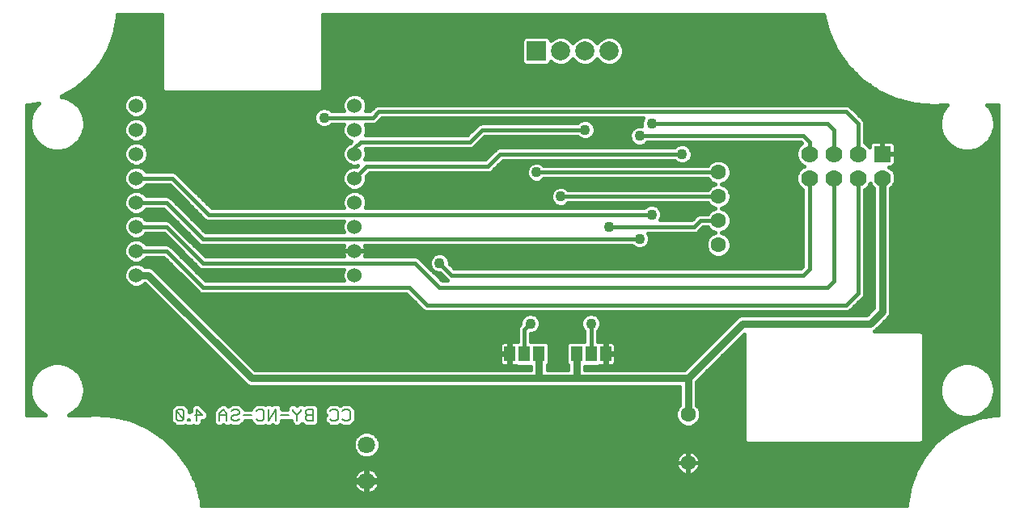
<source format=gbl>
G75*
%MOIN*%
%OFA0B0*%
%FSLAX25Y25*%
%IPPOS*%
%LPD*%
%AMOC8*
5,1,8,0,0,1.08239X$1,22.5*
%
%ADD10C,0.00800*%
%ADD11R,0.07000X0.07000*%
%ADD12C,0.07000*%
%ADD13R,0.07874X0.07874*%
%ADD14C,0.07874*%
%ADD15C,0.06299*%
%ADD16R,0.04600X0.06300*%
%ADD17C,0.06000*%
%ADD18C,0.07085*%
%ADD19C,0.01575*%
%ADD20C,0.04331*%
%ADD21C,0.03150*%
D10*
X0069105Y0073638D02*
X0070677Y0073638D01*
X0071463Y0074424D01*
X0068319Y0077568D01*
X0068319Y0074424D01*
X0069105Y0073638D01*
X0071463Y0074424D02*
X0071463Y0077568D01*
X0070677Y0078354D01*
X0069105Y0078354D01*
X0068319Y0077568D01*
X0073214Y0074424D02*
X0073214Y0073638D01*
X0074000Y0073638D01*
X0074000Y0074424D01*
X0073214Y0074424D01*
X0075932Y0075996D02*
X0079075Y0075996D01*
X0076718Y0078354D01*
X0076718Y0073638D01*
X0086082Y0073638D02*
X0086082Y0076782D01*
X0087654Y0078354D01*
X0089226Y0076782D01*
X0089226Y0073638D01*
X0091157Y0074424D02*
X0091943Y0073638D01*
X0093515Y0073638D01*
X0094301Y0074424D01*
X0093515Y0075996D02*
X0091943Y0075996D01*
X0091157Y0075210D01*
X0091157Y0074424D01*
X0089226Y0075996D02*
X0086082Y0075996D01*
X0091157Y0077568D02*
X0091943Y0078354D01*
X0093515Y0078354D01*
X0094301Y0077568D01*
X0094301Y0076782D01*
X0093515Y0075996D01*
X0096232Y0075996D02*
X0099376Y0075996D01*
X0101308Y0074424D02*
X0102094Y0073638D01*
X0103666Y0073638D01*
X0104451Y0074424D01*
X0104451Y0077568D01*
X0103666Y0078354D01*
X0102094Y0078354D01*
X0101308Y0077568D01*
X0106383Y0078354D02*
X0106383Y0073638D01*
X0109527Y0078354D01*
X0109527Y0073638D01*
X0111458Y0075996D02*
X0114602Y0075996D01*
X0116533Y0077568D02*
X0116533Y0078354D01*
X0116533Y0077568D02*
X0118105Y0075996D01*
X0118105Y0073638D01*
X0118105Y0075996D02*
X0119677Y0077568D01*
X0119677Y0078354D01*
X0121608Y0077568D02*
X0121608Y0076782D01*
X0122394Y0075996D01*
X0124752Y0075996D01*
X0122394Y0075996D02*
X0121608Y0075210D01*
X0121608Y0074424D01*
X0122394Y0073638D01*
X0124752Y0073638D01*
X0124752Y0078354D01*
X0122394Y0078354D01*
X0121608Y0077568D01*
X0131759Y0077568D02*
X0132545Y0078354D01*
X0134117Y0078354D01*
X0134903Y0077568D01*
X0134903Y0074424D01*
X0134117Y0073638D01*
X0132545Y0073638D01*
X0131759Y0074424D01*
X0136834Y0074424D02*
X0137620Y0073638D01*
X0139192Y0073638D01*
X0139978Y0074424D01*
X0139978Y0077568D01*
X0139192Y0078354D01*
X0137620Y0078354D01*
X0136834Y0077568D01*
D11*
X0359287Y0183750D03*
D12*
X0349287Y0183750D03*
X0339287Y0183750D03*
X0329287Y0183750D03*
X0329287Y0173750D03*
X0339287Y0173750D03*
X0349287Y0173750D03*
X0359287Y0173750D03*
D13*
X0216787Y0226250D03*
D14*
X0226787Y0226250D03*
X0236787Y0226250D03*
X0246787Y0226250D03*
D15*
X0291787Y0176250D03*
X0291787Y0166250D03*
X0291787Y0156250D03*
X0291787Y0146250D03*
X0279287Y0076250D03*
X0279287Y0056250D03*
D16*
X0245287Y0101250D03*
X0239287Y0101250D03*
X0233287Y0101250D03*
X0217787Y0101250D03*
X0211787Y0101250D03*
X0205787Y0101250D03*
D17*
X0141787Y0133750D03*
X0141787Y0143750D03*
X0141787Y0153750D03*
X0141787Y0163750D03*
X0141787Y0173750D03*
X0141787Y0183750D03*
X0141787Y0193750D03*
X0141787Y0203750D03*
X0051787Y0203750D03*
X0051787Y0193750D03*
X0051787Y0183750D03*
X0051787Y0173750D03*
X0051787Y0163750D03*
X0051787Y0153750D03*
X0051787Y0143750D03*
X0051787Y0133750D03*
D18*
X0146787Y0063750D03*
X0146787Y0048750D03*
D19*
X0078199Y0042263D02*
X0369947Y0042263D01*
X0369669Y0040690D02*
X0078636Y0040690D01*
X0078684Y0040518D02*
X0076636Y0047889D01*
X0073340Y0054792D01*
X0068894Y0061017D01*
X0068894Y0061017D01*
X0063436Y0066376D01*
X0063436Y0066376D01*
X0063436Y0066376D01*
X0057129Y0070706D01*
X0050167Y0073875D01*
X0050167Y0073875D01*
X0042760Y0075787D01*
X0042760Y0075787D01*
X0035133Y0076384D01*
X0031556Y0076037D01*
X0024166Y0076037D01*
X0026216Y0077221D01*
X0028316Y0079322D01*
X0029802Y0081895D01*
X0030571Y0084764D01*
X0030571Y0087735D01*
X0029802Y0090605D01*
X0028316Y0093178D01*
X0026216Y0095279D01*
X0023643Y0096765D01*
X0020773Y0097533D01*
X0017802Y0097533D01*
X0014932Y0096765D01*
X0012359Y0095279D01*
X0010258Y0093178D01*
X0008773Y0090605D01*
X0008004Y0087735D01*
X0008004Y0084764D01*
X0008773Y0081895D01*
X0010258Y0079322D01*
X0012359Y0077221D01*
X0014409Y0076037D01*
X0006575Y0076037D01*
X0006575Y0203963D01*
X0007768Y0203963D01*
X0011744Y0204664D01*
X0010258Y0203178D01*
X0008773Y0200605D01*
X0008004Y0197735D01*
X0008004Y0194764D01*
X0008773Y0191895D01*
X0010258Y0189322D01*
X0012359Y0187221D01*
X0014932Y0185735D01*
X0017802Y0184967D01*
X0020773Y0184967D01*
X0023643Y0185735D01*
X0026216Y0187221D01*
X0028316Y0189322D01*
X0029802Y0191895D01*
X0030571Y0194764D01*
X0030571Y0197735D01*
X0029802Y0200605D01*
X0028316Y0203178D01*
X0026216Y0205279D01*
X0023643Y0206765D01*
X0020969Y0207481D01*
X0021166Y0207553D01*
X0027196Y0211034D01*
X0032529Y0215509D01*
X0037004Y0220842D01*
X0040485Y0226871D01*
X0042866Y0233413D01*
X0044075Y0240269D01*
X0044075Y0241463D01*
X0062319Y0241463D01*
X0062319Y0210435D01*
X0063472Y0209281D01*
X0127603Y0209281D01*
X0128756Y0210435D01*
X0128756Y0241463D01*
X0334975Y0241463D01*
X0337005Y0233988D01*
X0340447Y0226672D01*
X0340447Y0226672D01*
X0345107Y0220065D01*
X0345107Y0220065D01*
X0350843Y0214367D01*
X0357482Y0209752D01*
X0364821Y0206360D01*
X0372638Y0204294D01*
X0380695Y0203616D01*
X0384505Y0203963D01*
X0386043Y0203963D01*
X0385258Y0203178D01*
X0383773Y0200605D01*
X0383004Y0197735D01*
X0383004Y0194764D01*
X0383773Y0191895D01*
X0385258Y0189322D01*
X0387359Y0187221D01*
X0389932Y0185735D01*
X0392802Y0184967D01*
X0395773Y0184967D01*
X0398643Y0185735D01*
X0401216Y0187221D01*
X0403316Y0189322D01*
X0404802Y0191895D01*
X0405571Y0194764D01*
X0405571Y0197735D01*
X0404802Y0200605D01*
X0403316Y0203178D01*
X0402532Y0203963D01*
X0407000Y0203963D01*
X0407000Y0076037D01*
X0405806Y0076037D01*
X0398950Y0074828D01*
X0392408Y0072447D01*
X0386379Y0068966D01*
X0381046Y0064491D01*
X0376571Y0059158D01*
X0373090Y0053129D01*
X0370709Y0046587D01*
X0369500Y0039731D01*
X0369500Y0038537D01*
X0078876Y0038537D01*
X0078684Y0040518D01*
X0078820Y0039117D02*
X0369500Y0039117D01*
X0370224Y0043837D02*
X0148885Y0043837D01*
X0148833Y0043810D02*
X0149581Y0044191D01*
X0150260Y0044684D01*
X0150853Y0045278D01*
X0151346Y0045956D01*
X0151727Y0046704D01*
X0151986Y0047502D01*
X0152118Y0048330D01*
X0152117Y0048356D01*
X0147181Y0048356D01*
X0147181Y0043420D01*
X0147207Y0043420D01*
X0148036Y0043551D01*
X0148833Y0043810D01*
X0147181Y0043837D02*
X0146394Y0043837D01*
X0146394Y0043420D02*
X0146394Y0048356D01*
X0147181Y0048356D01*
X0147181Y0049144D01*
X0146394Y0049144D01*
X0146394Y0054080D01*
X0146368Y0054080D01*
X0145539Y0053949D01*
X0144741Y0053690D01*
X0143994Y0053309D01*
X0143315Y0052816D01*
X0142722Y0052222D01*
X0142229Y0051544D01*
X0141848Y0050796D01*
X0141589Y0049998D01*
X0141457Y0049169D01*
X0141457Y0049144D01*
X0146394Y0049144D01*
X0146394Y0048356D01*
X0141457Y0048356D01*
X0141457Y0048330D01*
X0141589Y0047502D01*
X0141848Y0046704D01*
X0142229Y0045956D01*
X0142722Y0045278D01*
X0143315Y0044684D01*
X0143994Y0044191D01*
X0144741Y0043810D01*
X0145539Y0043551D01*
X0146368Y0043420D01*
X0146394Y0043420D01*
X0144690Y0043837D02*
X0077762Y0043837D01*
X0077325Y0045410D02*
X0142626Y0045410D01*
X0141757Y0046983D02*
X0076888Y0046983D01*
X0076636Y0047889D02*
X0076636Y0047889D01*
X0076317Y0048556D02*
X0146394Y0048556D01*
X0147181Y0048556D02*
X0371426Y0048556D01*
X0370853Y0046983D02*
X0151818Y0046983D01*
X0150949Y0045410D02*
X0370501Y0045410D01*
X0370709Y0046587D02*
X0370709Y0046587D01*
X0371998Y0050130D02*
X0151943Y0050130D01*
X0151986Y0049998D02*
X0151727Y0050796D01*
X0151346Y0051544D01*
X0150853Y0052222D01*
X0150260Y0052816D01*
X0149581Y0053309D01*
X0148833Y0053690D01*
X0148036Y0053949D01*
X0147207Y0054080D01*
X0147181Y0054080D01*
X0147181Y0049144D01*
X0152118Y0049144D01*
X0152118Y0049169D01*
X0151986Y0049998D01*
X0151230Y0051703D02*
X0277337Y0051703D01*
X0277392Y0051675D02*
X0278131Y0051435D01*
X0278899Y0051313D01*
X0279189Y0051313D01*
X0279189Y0056151D01*
X0279386Y0056151D01*
X0279386Y0051313D01*
X0279676Y0051313D01*
X0280443Y0051435D01*
X0281183Y0051675D01*
X0281875Y0052027D01*
X0282504Y0052484D01*
X0283053Y0053034D01*
X0283510Y0053662D01*
X0283863Y0054355D01*
X0284103Y0055094D01*
X0284224Y0055861D01*
X0284224Y0056152D01*
X0279386Y0056152D01*
X0279386Y0056348D01*
X0284224Y0056348D01*
X0284224Y0056639D01*
X0284103Y0057406D01*
X0283863Y0058145D01*
X0283510Y0058838D01*
X0283053Y0059466D01*
X0282504Y0060016D01*
X0281875Y0060473D01*
X0281183Y0060825D01*
X0280443Y0061065D01*
X0279676Y0061187D01*
X0279386Y0061187D01*
X0279386Y0056348D01*
X0279189Y0056348D01*
X0279189Y0056152D01*
X0274350Y0056152D01*
X0274350Y0055861D01*
X0274472Y0055094D01*
X0274712Y0054355D01*
X0275065Y0053662D01*
X0275522Y0053034D01*
X0276071Y0052484D01*
X0276700Y0052027D01*
X0277392Y0051675D01*
X0279189Y0051703D02*
X0279386Y0051703D01*
X0279386Y0053276D02*
X0279189Y0053276D01*
X0279189Y0054850D02*
X0279386Y0054850D01*
X0279189Y0056348D02*
X0274350Y0056348D01*
X0274350Y0056639D01*
X0274472Y0057406D01*
X0274712Y0058145D01*
X0275065Y0058838D01*
X0275522Y0059466D01*
X0276071Y0060016D01*
X0276700Y0060473D01*
X0277392Y0060825D01*
X0278131Y0061065D01*
X0278899Y0061187D01*
X0279189Y0061187D01*
X0279189Y0056348D01*
X0279189Y0056423D02*
X0279386Y0056423D01*
X0279386Y0057996D02*
X0279189Y0057996D01*
X0279189Y0059570D02*
X0279386Y0059570D01*
X0279386Y0061143D02*
X0279189Y0061143D01*
X0278621Y0061143D02*
X0151673Y0061143D01*
X0151460Y0060628D02*
X0152299Y0062654D01*
X0152299Y0064846D01*
X0151460Y0066872D01*
X0149909Y0068422D01*
X0147884Y0069261D01*
X0145691Y0069261D01*
X0143666Y0068422D01*
X0142115Y0066872D01*
X0141276Y0064846D01*
X0141276Y0062654D01*
X0142115Y0060628D01*
X0143666Y0059078D01*
X0145691Y0058239D01*
X0147884Y0058239D01*
X0149909Y0059078D01*
X0151460Y0060628D01*
X0150401Y0059570D02*
X0275625Y0059570D01*
X0274664Y0057996D02*
X0071051Y0057996D01*
X0069928Y0059570D02*
X0143174Y0059570D01*
X0141902Y0061143D02*
X0068766Y0061143D01*
X0067164Y0062716D02*
X0141276Y0062716D01*
X0141276Y0064290D02*
X0065561Y0064290D01*
X0063959Y0065863D02*
X0141697Y0065863D01*
X0142680Y0067436D02*
X0061892Y0067436D01*
X0059601Y0069010D02*
X0145084Y0069010D01*
X0148491Y0069010D02*
X0302319Y0069010D01*
X0302319Y0070583D02*
X0057309Y0070583D01*
X0057129Y0070706D02*
X0057129Y0070706D01*
X0053944Y0072156D02*
X0067237Y0072156D01*
X0067338Y0072056D02*
X0067338Y0072056D01*
X0068124Y0071270D01*
X0069095Y0071270D01*
X0071658Y0071270D01*
X0071946Y0071557D01*
X0072233Y0071270D01*
X0074981Y0071270D01*
X0075359Y0071647D01*
X0075737Y0071270D01*
X0077699Y0071270D01*
X0079086Y0072657D01*
X0079086Y0073628D01*
X0080057Y0073628D01*
X0081444Y0075015D01*
X0081444Y0076977D01*
X0080057Y0078365D01*
X0080057Y0078365D01*
X0079086Y0079335D01*
X0079086Y0079335D01*
X0077726Y0080695D01*
X0077699Y0080723D01*
X0075737Y0080723D01*
X0074369Y0079355D01*
X0074349Y0079335D01*
X0074349Y0077763D01*
X0073831Y0077245D01*
X0073831Y0077558D01*
X0073831Y0078549D01*
X0073045Y0079335D01*
X0073045Y0079335D01*
X0071658Y0080723D01*
X0070667Y0080723D01*
X0069696Y0080723D01*
X0069696Y0080723D01*
X0068124Y0080723D01*
X0067338Y0079937D01*
X0066031Y0078630D01*
X0065950Y0078549D01*
X0065950Y0075405D01*
X0065950Y0074414D01*
X0065950Y0073443D01*
X0065950Y0073443D01*
X0065966Y0073427D01*
X0067338Y0072056D01*
X0068124Y0071270D02*
X0068124Y0071270D01*
X0068124Y0071270D01*
X0065950Y0073729D02*
X0050487Y0073729D01*
X0044636Y0075303D02*
X0065950Y0075303D01*
X0065950Y0075405D02*
X0065950Y0075405D01*
X0065950Y0076876D02*
X0025618Y0076876D01*
X0027444Y0078449D02*
X0065950Y0078449D01*
X0067424Y0080023D02*
X0028721Y0080023D01*
X0029629Y0081596D02*
X0275744Y0081596D01*
X0275744Y0080023D02*
X0140873Y0080023D01*
X0140189Y0080707D02*
X0141560Y0079335D01*
X0141560Y0079335D01*
X0142346Y0078549D01*
X0142346Y0078549D01*
X0142346Y0078549D01*
X0142346Y0077578D01*
X0142346Y0073443D01*
X0141560Y0072657D01*
X0140173Y0071270D01*
X0137630Y0071270D01*
X0136639Y0071270D01*
X0136639Y0071270D01*
X0136639Y0071270D01*
X0135868Y0072040D01*
X0135098Y0071270D01*
X0132555Y0071270D01*
X0131564Y0071270D01*
X0131564Y0071270D01*
X0131564Y0071270D01*
X0130493Y0072341D01*
X0129390Y0073443D01*
X0129390Y0075405D01*
X0129981Y0075996D01*
X0129390Y0076587D01*
X0129390Y0078549D01*
X0131564Y0080723D01*
X0133136Y0080723D01*
X0133136Y0080723D01*
X0134127Y0080723D01*
X0135098Y0080723D01*
X0135098Y0080723D01*
X0135098Y0080723D01*
X0135114Y0080707D01*
X0135868Y0079952D01*
X0136639Y0080723D01*
X0138211Y0080723D01*
X0138211Y0080723D01*
X0139202Y0080723D01*
X0140173Y0080723D01*
X0140173Y0080723D01*
X0140189Y0080707D01*
X0142346Y0078449D02*
X0274659Y0078449D01*
X0274948Y0079149D02*
X0274169Y0077268D01*
X0274169Y0075232D01*
X0274948Y0073351D01*
X0276388Y0071911D01*
X0278269Y0071132D01*
X0280305Y0071132D01*
X0282187Y0071911D01*
X0283626Y0073351D01*
X0284405Y0075232D01*
X0284405Y0077268D01*
X0283626Y0079149D01*
X0282831Y0079945D01*
X0282831Y0089782D01*
X0302319Y0109271D01*
X0302319Y0065435D01*
X0303472Y0064281D01*
X0375103Y0064281D01*
X0376256Y0065435D01*
X0376256Y0109565D01*
X0375103Y0110718D01*
X0356228Y0110718D01*
X0356295Y0110746D01*
X0357291Y0111743D01*
X0362291Y0116743D01*
X0362831Y0118045D01*
X0362831Y0169560D01*
X0363923Y0170652D01*
X0364756Y0172662D01*
X0364756Y0174838D01*
X0363923Y0176848D01*
X0362385Y0178386D01*
X0362200Y0178463D01*
X0363023Y0178463D01*
X0363477Y0178584D01*
X0363885Y0178820D01*
X0364218Y0179153D01*
X0364453Y0179560D01*
X0364575Y0180015D01*
X0364575Y0183553D01*
X0359484Y0183553D01*
X0359484Y0183947D01*
X0359091Y0183947D01*
X0359091Y0189037D01*
X0355552Y0189037D01*
X0355097Y0188916D01*
X0354690Y0188680D01*
X0354357Y0188347D01*
X0354122Y0187940D01*
X0354000Y0187485D01*
X0354000Y0186663D01*
X0353923Y0186848D01*
X0352385Y0188386D01*
X0352043Y0188528D01*
X0352043Y0196798D01*
X0351624Y0197811D01*
X0346624Y0202811D01*
X0345848Y0203586D01*
X0344836Y0204006D01*
X0151239Y0204006D01*
X0150226Y0203586D01*
X0148146Y0201506D01*
X0146236Y0201506D01*
X0146756Y0202762D01*
X0146756Y0204738D01*
X0145999Y0206564D01*
X0144602Y0207962D01*
X0142776Y0208718D01*
X0140799Y0208718D01*
X0138973Y0207962D01*
X0137575Y0206564D01*
X0136819Y0204738D01*
X0136819Y0202762D01*
X0137339Y0201506D01*
X0132378Y0201506D01*
X0131629Y0202255D01*
X0130110Y0202884D01*
X0128465Y0202884D01*
X0126946Y0202255D01*
X0125783Y0201092D01*
X0125154Y0199572D01*
X0125154Y0197928D01*
X0125783Y0196408D01*
X0126946Y0195245D01*
X0128465Y0194616D01*
X0130110Y0194616D01*
X0131629Y0195245D01*
X0132378Y0195994D01*
X0137339Y0195994D01*
X0136819Y0194738D01*
X0136819Y0192762D01*
X0137575Y0190936D01*
X0138973Y0189538D01*
X0140532Y0188892D01*
X0140047Y0188407D01*
X0138973Y0187962D01*
X0137575Y0186564D01*
X0136819Y0184738D01*
X0136819Y0182762D01*
X0137575Y0180936D01*
X0138973Y0179538D01*
X0140799Y0178781D01*
X0142776Y0178781D01*
X0143025Y0178885D01*
X0142834Y0178694D01*
X0142776Y0178718D01*
X0140799Y0178718D01*
X0138973Y0177962D01*
X0137575Y0176564D01*
X0136819Y0174738D01*
X0136819Y0172762D01*
X0137575Y0170936D01*
X0138973Y0169538D01*
X0140799Y0168781D01*
X0142776Y0168781D01*
X0144602Y0169538D01*
X0145999Y0170936D01*
X0146756Y0172762D01*
X0146756Y0174738D01*
X0146732Y0174797D01*
X0147929Y0175994D01*
X0197336Y0175994D01*
X0198348Y0176414D01*
X0202929Y0180994D01*
X0273697Y0180994D01*
X0274446Y0180245D01*
X0275965Y0179616D01*
X0277610Y0179616D01*
X0279129Y0180245D01*
X0280292Y0181408D01*
X0280921Y0182928D01*
X0280921Y0184572D01*
X0280292Y0186092D01*
X0279129Y0187255D01*
X0277610Y0187884D01*
X0275965Y0187884D01*
X0274446Y0187255D01*
X0273697Y0186506D01*
X0201239Y0186506D01*
X0200226Y0186086D01*
X0199451Y0185311D01*
X0195646Y0181506D01*
X0146239Y0181506D01*
X0146235Y0181504D01*
X0146756Y0182762D01*
X0146756Y0184738D01*
X0146236Y0185994D01*
X0189836Y0185994D01*
X0190848Y0186414D01*
X0195429Y0190994D01*
X0233697Y0190994D01*
X0234446Y0190245D01*
X0235965Y0189616D01*
X0237610Y0189616D01*
X0239129Y0190245D01*
X0240292Y0191408D01*
X0240921Y0192928D01*
X0240921Y0194572D01*
X0240292Y0196092D01*
X0239129Y0197255D01*
X0237610Y0197884D01*
X0235965Y0197884D01*
X0234446Y0197255D01*
X0233697Y0196506D01*
X0193739Y0196506D01*
X0192726Y0196086D01*
X0191951Y0195311D01*
X0188146Y0191506D01*
X0146236Y0191506D01*
X0146756Y0192762D01*
X0146756Y0194738D01*
X0146236Y0195994D01*
X0149836Y0195994D01*
X0150848Y0196414D01*
X0151624Y0197189D01*
X0152929Y0198494D01*
X0260742Y0198494D01*
X0260154Y0197072D01*
X0260154Y0195428D01*
X0260185Y0195353D01*
X0260110Y0195384D01*
X0258465Y0195384D01*
X0256946Y0194755D01*
X0255783Y0193592D01*
X0255154Y0192072D01*
X0255154Y0190428D01*
X0255783Y0188908D01*
X0256946Y0187745D01*
X0258465Y0187116D01*
X0260110Y0187116D01*
X0261629Y0187745D01*
X0262378Y0188494D01*
X0325646Y0188494D01*
X0325972Y0188168D01*
X0324651Y0186848D01*
X0323819Y0184838D01*
X0323819Y0182662D01*
X0324651Y0180652D01*
X0326190Y0179114D01*
X0327069Y0178750D01*
X0326190Y0178386D01*
X0324651Y0176848D01*
X0323819Y0174838D01*
X0323819Y0172662D01*
X0324651Y0170652D01*
X0326190Y0169114D01*
X0326531Y0168972D01*
X0326531Y0137392D01*
X0325646Y0136506D01*
X0182929Y0136506D01*
X0180921Y0138514D01*
X0180921Y0139572D01*
X0180292Y0141092D01*
X0179129Y0142255D01*
X0177610Y0142884D01*
X0175965Y0142884D01*
X0174446Y0142255D01*
X0173283Y0141092D01*
X0172654Y0139572D01*
X0172654Y0137928D01*
X0173283Y0136408D01*
X0174446Y0135245D01*
X0175965Y0134616D01*
X0177024Y0134616D01*
X0180134Y0131506D01*
X0177929Y0131506D01*
X0169124Y0140311D01*
X0168348Y0141086D01*
X0167336Y0141506D01*
X0146017Y0141506D01*
X0146224Y0141912D01*
X0146457Y0142629D01*
X0146575Y0143373D01*
X0146575Y0143537D01*
X0142000Y0143537D01*
X0142000Y0143963D01*
X0146575Y0143963D01*
X0146575Y0144127D01*
X0146457Y0144871D01*
X0146224Y0145588D01*
X0146017Y0145994D01*
X0256197Y0145994D01*
X0256946Y0145245D01*
X0258465Y0144616D01*
X0260110Y0144616D01*
X0261629Y0145245D01*
X0262792Y0146408D01*
X0263421Y0147928D01*
X0263421Y0149572D01*
X0262832Y0150994D01*
X0282336Y0150994D01*
X0283348Y0151414D01*
X0284124Y0152189D01*
X0285429Y0153494D01*
X0287389Y0153494D01*
X0287448Y0153351D01*
X0288888Y0151911D01*
X0290484Y0151250D01*
X0288888Y0150589D01*
X0287448Y0149149D01*
X0286669Y0147268D01*
X0286669Y0145232D01*
X0287448Y0143351D01*
X0288888Y0141911D01*
X0290769Y0141132D01*
X0292805Y0141132D01*
X0294687Y0141911D01*
X0296126Y0143351D01*
X0296905Y0145232D01*
X0296905Y0147268D01*
X0296126Y0149149D01*
X0294687Y0150589D01*
X0293091Y0151250D01*
X0294687Y0151911D01*
X0296126Y0153351D01*
X0296905Y0155232D01*
X0296905Y0157268D01*
X0296126Y0159149D01*
X0294687Y0160589D01*
X0293091Y0161250D01*
X0294687Y0161911D01*
X0296126Y0163351D01*
X0296905Y0165232D01*
X0296905Y0167268D01*
X0296126Y0169149D01*
X0294687Y0170589D01*
X0293091Y0171250D01*
X0294687Y0171911D01*
X0296126Y0173351D01*
X0296905Y0175232D01*
X0296905Y0177268D01*
X0296126Y0179149D01*
X0294687Y0180589D01*
X0292805Y0181368D01*
X0290769Y0181368D01*
X0288888Y0180589D01*
X0287448Y0179149D01*
X0287389Y0179006D01*
X0219878Y0179006D01*
X0219129Y0179755D01*
X0217610Y0180384D01*
X0215965Y0180384D01*
X0214446Y0179755D01*
X0213283Y0178592D01*
X0212654Y0177072D01*
X0212654Y0175428D01*
X0213283Y0173908D01*
X0214446Y0172745D01*
X0215965Y0172116D01*
X0217610Y0172116D01*
X0219129Y0172745D01*
X0219878Y0173494D01*
X0287389Y0173494D01*
X0287448Y0173351D01*
X0288888Y0171911D01*
X0290484Y0171250D01*
X0288888Y0170589D01*
X0287448Y0169149D01*
X0287389Y0169006D01*
X0229878Y0169006D01*
X0229129Y0169755D01*
X0227610Y0170384D01*
X0225965Y0170384D01*
X0224446Y0169755D01*
X0223283Y0168592D01*
X0222654Y0167072D01*
X0222654Y0165428D01*
X0223283Y0163908D01*
X0224446Y0162745D01*
X0225965Y0162116D01*
X0227610Y0162116D01*
X0229129Y0162745D01*
X0229878Y0163494D01*
X0287389Y0163494D01*
X0287448Y0163351D01*
X0288888Y0161911D01*
X0290484Y0161250D01*
X0288888Y0160589D01*
X0287448Y0159149D01*
X0287389Y0159006D01*
X0283739Y0159006D01*
X0282726Y0158586D01*
X0280646Y0156506D01*
X0267832Y0156506D01*
X0268421Y0157928D01*
X0268421Y0159572D01*
X0267792Y0161092D01*
X0266629Y0162255D01*
X0265110Y0162884D01*
X0263465Y0162884D01*
X0261946Y0162255D01*
X0261197Y0161506D01*
X0146236Y0161506D01*
X0146756Y0162762D01*
X0146756Y0164738D01*
X0145999Y0166564D01*
X0144602Y0167962D01*
X0142776Y0168718D01*
X0140799Y0168718D01*
X0138973Y0167962D01*
X0137575Y0166564D01*
X0136819Y0164738D01*
X0136819Y0162762D01*
X0137339Y0161506D01*
X0082929Y0161506D01*
X0069124Y0175311D01*
X0068348Y0176086D01*
X0067336Y0176506D01*
X0056024Y0176506D01*
X0055999Y0176564D01*
X0054602Y0177962D01*
X0052776Y0178718D01*
X0050799Y0178718D01*
X0048973Y0177962D01*
X0047575Y0176564D01*
X0046819Y0174738D01*
X0046819Y0172762D01*
X0047575Y0170936D01*
X0048973Y0169538D01*
X0050799Y0168781D01*
X0052776Y0168781D01*
X0054602Y0169538D01*
X0055999Y0170936D01*
X0056024Y0170994D01*
X0065646Y0170994D01*
X0080226Y0156414D01*
X0081239Y0155994D01*
X0137339Y0155994D01*
X0136819Y0154738D01*
X0136819Y0152762D01*
X0137339Y0151506D01*
X0080429Y0151506D01*
X0066624Y0165311D01*
X0065848Y0166086D01*
X0064836Y0166506D01*
X0056024Y0166506D01*
X0055999Y0166564D01*
X0054602Y0167962D01*
X0052776Y0168718D01*
X0050799Y0168718D01*
X0048973Y0167962D01*
X0047575Y0166564D01*
X0046819Y0164738D01*
X0046819Y0162762D01*
X0047575Y0160936D01*
X0048973Y0159538D01*
X0050799Y0158781D01*
X0052776Y0158781D01*
X0054602Y0159538D01*
X0055999Y0160936D01*
X0056024Y0160994D01*
X0063146Y0160994D01*
X0077726Y0146414D01*
X0078739Y0145994D01*
X0137558Y0145994D01*
X0137351Y0145588D01*
X0137118Y0144871D01*
X0137000Y0144127D01*
X0137000Y0143963D01*
X0141575Y0143963D01*
X0141575Y0143537D01*
X0137000Y0143537D01*
X0137000Y0143373D01*
X0137118Y0142629D01*
X0137351Y0141912D01*
X0137558Y0141506D01*
X0080429Y0141506D01*
X0067874Y0154061D01*
X0065848Y0156086D01*
X0064836Y0156506D01*
X0056024Y0156506D01*
X0055999Y0156564D01*
X0054602Y0157962D01*
X0052776Y0158718D01*
X0050799Y0158718D01*
X0048973Y0157962D01*
X0047575Y0156564D01*
X0046819Y0154738D01*
X0046819Y0152762D01*
X0047575Y0150936D01*
X0048973Y0149538D01*
X0050799Y0148781D01*
X0052776Y0148781D01*
X0054602Y0149538D01*
X0055999Y0150936D01*
X0056024Y0150994D01*
X0063146Y0150994D01*
X0063976Y0150164D01*
X0077726Y0136414D01*
X0078739Y0135994D01*
X0137339Y0135994D01*
X0136819Y0134738D01*
X0136819Y0132762D01*
X0137339Y0131506D01*
X0080429Y0131506D01*
X0066624Y0145311D01*
X0066624Y0145311D01*
X0065848Y0146086D01*
X0064836Y0146506D01*
X0056024Y0146506D01*
X0055999Y0146564D01*
X0054602Y0147962D01*
X0052776Y0148718D01*
X0050799Y0148718D01*
X0048973Y0147962D01*
X0047575Y0146564D01*
X0046819Y0144738D01*
X0046819Y0142762D01*
X0047575Y0140936D01*
X0048973Y0139538D01*
X0050799Y0138781D01*
X0052776Y0138781D01*
X0054602Y0139538D01*
X0055999Y0140936D01*
X0056024Y0140994D01*
X0063146Y0140994D01*
X0076951Y0127189D01*
X0076951Y0127189D01*
X0077726Y0126414D01*
X0078739Y0125994D01*
X0163146Y0125994D01*
X0170226Y0118914D01*
X0171239Y0118494D01*
X0344836Y0118494D01*
X0345848Y0118914D01*
X0346624Y0119689D01*
X0351624Y0124689D01*
X0352043Y0125702D01*
X0352043Y0168972D01*
X0352385Y0169114D01*
X0353923Y0170652D01*
X0354287Y0171531D01*
X0354651Y0170652D01*
X0355744Y0169560D01*
X0355744Y0120218D01*
X0352820Y0117293D01*
X0301083Y0117293D01*
X0299780Y0116754D01*
X0277820Y0094793D01*
X0236831Y0094793D01*
X0236831Y0096131D01*
X0242403Y0096131D01*
X0242619Y0096348D01*
X0242752Y0096313D01*
X0244925Y0096313D01*
X0244925Y0100887D01*
X0245650Y0100887D01*
X0245650Y0096313D01*
X0247823Y0096313D01*
X0248277Y0096434D01*
X0248685Y0096670D01*
X0249018Y0097003D01*
X0249253Y0097410D01*
X0249375Y0097865D01*
X0249375Y0100887D01*
X0245650Y0100887D01*
X0245650Y0101613D01*
X0244925Y0101613D01*
X0244925Y0106187D01*
X0242752Y0106187D01*
X0242619Y0106152D01*
X0242403Y0106368D01*
X0242043Y0106368D01*
X0242043Y0110660D01*
X0242792Y0111408D01*
X0243421Y0112928D01*
X0243421Y0114572D01*
X0242792Y0116092D01*
X0241629Y0117255D01*
X0240110Y0117884D01*
X0238465Y0117884D01*
X0236946Y0117255D01*
X0235783Y0116092D01*
X0235154Y0114572D01*
X0235154Y0112928D01*
X0235783Y0111408D01*
X0236531Y0110660D01*
X0236531Y0106368D01*
X0230172Y0106368D01*
X0229019Y0105215D01*
X0229019Y0097285D01*
X0229744Y0096559D01*
X0229744Y0094793D01*
X0221331Y0094793D01*
X0221331Y0096559D01*
X0222056Y0097285D01*
X0222056Y0105215D01*
X0220903Y0106368D01*
X0214543Y0106368D01*
X0214543Y0109616D01*
X0215110Y0109616D01*
X0216629Y0110245D01*
X0217792Y0111408D01*
X0218421Y0112928D01*
X0218421Y0114572D01*
X0217792Y0116092D01*
X0216629Y0117255D01*
X0215110Y0117884D01*
X0213465Y0117884D01*
X0211946Y0117255D01*
X0210783Y0116092D01*
X0210154Y0114572D01*
X0210154Y0113514D01*
X0209451Y0112811D01*
X0209031Y0111798D01*
X0209031Y0106368D01*
X0208672Y0106368D01*
X0208455Y0106152D01*
X0208323Y0106187D01*
X0206150Y0106187D01*
X0206150Y0101613D01*
X0205425Y0101613D01*
X0205425Y0106187D01*
X0203252Y0106187D01*
X0202797Y0106066D01*
X0202390Y0105830D01*
X0202057Y0105497D01*
X0201822Y0105090D01*
X0201700Y0104635D01*
X0201700Y0101613D01*
X0205425Y0101613D01*
X0205425Y0100887D01*
X0206150Y0100887D01*
X0206150Y0096313D01*
X0208323Y0096313D01*
X0208455Y0096348D01*
X0208672Y0096131D01*
X0214244Y0096131D01*
X0214244Y0094793D01*
X0100755Y0094793D01*
X0059791Y0135757D01*
X0058795Y0136754D01*
X0057492Y0137293D01*
X0055271Y0137293D01*
X0054602Y0137962D01*
X0052776Y0138718D01*
X0050799Y0138718D01*
X0048973Y0137962D01*
X0047575Y0136564D01*
X0046819Y0134738D01*
X0046819Y0132762D01*
X0047575Y0130936D01*
X0048973Y0129538D01*
X0050799Y0128781D01*
X0052776Y0128781D01*
X0054602Y0129538D01*
X0055271Y0130207D01*
X0055320Y0130207D01*
X0096284Y0089243D01*
X0097280Y0088246D01*
X0098583Y0087707D01*
X0275744Y0087707D01*
X0275744Y0079945D01*
X0274948Y0079149D01*
X0274169Y0076876D02*
X0142346Y0076876D01*
X0142346Y0075303D02*
X0274169Y0075303D01*
X0274792Y0073729D02*
X0142346Y0073729D01*
X0141059Y0072156D02*
X0276143Y0072156D01*
X0282432Y0072156D02*
X0302319Y0072156D01*
X0302319Y0073729D02*
X0283783Y0073729D01*
X0284405Y0075303D02*
X0302319Y0075303D01*
X0302319Y0076876D02*
X0284405Y0076876D01*
X0283916Y0078449D02*
X0302319Y0078449D01*
X0302319Y0080023D02*
X0282831Y0080023D01*
X0282831Y0081596D02*
X0302319Y0081596D01*
X0302319Y0083169D02*
X0282831Y0083169D01*
X0282831Y0084743D02*
X0302319Y0084743D01*
X0302319Y0086316D02*
X0282831Y0086316D01*
X0282831Y0087889D02*
X0302319Y0087889D01*
X0302319Y0089463D02*
X0282831Y0089463D01*
X0284084Y0091036D02*
X0302319Y0091036D01*
X0302319Y0092609D02*
X0285658Y0092609D01*
X0287231Y0094183D02*
X0302319Y0094183D01*
X0302319Y0095756D02*
X0288804Y0095756D01*
X0290378Y0097329D02*
X0302319Y0097329D01*
X0302319Y0098903D02*
X0291951Y0098903D01*
X0293524Y0100476D02*
X0302319Y0100476D01*
X0302319Y0102049D02*
X0295098Y0102049D01*
X0296671Y0103622D02*
X0302319Y0103622D01*
X0302319Y0105196D02*
X0298244Y0105196D01*
X0299817Y0106769D02*
X0302319Y0106769D01*
X0302319Y0108342D02*
X0301391Y0108342D01*
X0294515Y0111489D02*
X0242825Y0111489D01*
X0243421Y0113062D02*
X0296089Y0113062D01*
X0297662Y0114636D02*
X0243395Y0114636D01*
X0242675Y0116209D02*
X0299235Y0116209D01*
X0292942Y0109916D02*
X0242043Y0109916D01*
X0242043Y0108342D02*
X0291369Y0108342D01*
X0289796Y0106769D02*
X0242043Y0106769D01*
X0244925Y0105196D02*
X0245650Y0105196D01*
X0245650Y0106187D02*
X0245650Y0101613D01*
X0249375Y0101613D01*
X0249375Y0104635D01*
X0249253Y0105090D01*
X0249018Y0105497D01*
X0248685Y0105830D01*
X0248277Y0106066D01*
X0247823Y0106187D01*
X0245650Y0106187D01*
X0245650Y0103622D02*
X0244925Y0103622D01*
X0244925Y0102049D02*
X0245650Y0102049D01*
X0245650Y0100476D02*
X0244925Y0100476D01*
X0244925Y0098903D02*
X0245650Y0098903D01*
X0245650Y0097329D02*
X0244925Y0097329D01*
X0249206Y0097329D02*
X0280356Y0097329D01*
X0281929Y0098903D02*
X0249375Y0098903D01*
X0249375Y0100476D02*
X0283502Y0100476D01*
X0285076Y0102049D02*
X0249375Y0102049D01*
X0249375Y0103622D02*
X0286649Y0103622D01*
X0288222Y0105196D02*
X0249192Y0105196D01*
X0239287Y0101250D02*
X0239287Y0113750D01*
X0235900Y0116209D02*
X0217675Y0116209D01*
X0218395Y0114636D02*
X0235180Y0114636D01*
X0235154Y0113062D02*
X0218421Y0113062D01*
X0217825Y0111489D02*
X0235749Y0111489D01*
X0236531Y0109916D02*
X0215833Y0109916D01*
X0214543Y0108342D02*
X0236531Y0108342D01*
X0236531Y0106769D02*
X0214543Y0106769D01*
X0211787Y0111250D02*
X0211787Y0101250D01*
X0206150Y0100476D02*
X0205425Y0100476D01*
X0205425Y0100887D02*
X0205425Y0096313D01*
X0203252Y0096313D01*
X0202797Y0096434D01*
X0202390Y0096670D01*
X0202057Y0097003D01*
X0201822Y0097410D01*
X0201700Y0097865D01*
X0201700Y0100887D01*
X0205425Y0100887D01*
X0205425Y0102049D02*
X0206150Y0102049D01*
X0206150Y0103622D02*
X0205425Y0103622D01*
X0205425Y0105196D02*
X0206150Y0105196D01*
X0209031Y0106769D02*
X0088779Y0106769D01*
X0087206Y0108342D02*
X0209031Y0108342D01*
X0209031Y0109916D02*
X0085633Y0109916D01*
X0084059Y0111489D02*
X0209031Y0111489D01*
X0209702Y0113062D02*
X0082486Y0113062D01*
X0080913Y0114636D02*
X0210180Y0114636D01*
X0210900Y0116209D02*
X0079339Y0116209D01*
X0077766Y0117782D02*
X0213220Y0117782D01*
X0215355Y0117782D02*
X0238220Y0117782D01*
X0240355Y0117782D02*
X0353309Y0117782D01*
X0354882Y0119356D02*
X0346290Y0119356D01*
X0347864Y0120929D02*
X0355744Y0120929D01*
X0355744Y0122502D02*
X0349437Y0122502D01*
X0351010Y0124076D02*
X0355744Y0124076D01*
X0355744Y0125649D02*
X0352021Y0125649D01*
X0352043Y0127222D02*
X0355744Y0127222D01*
X0355744Y0128795D02*
X0352043Y0128795D01*
X0352043Y0130369D02*
X0355744Y0130369D01*
X0355744Y0131942D02*
X0352043Y0131942D01*
X0352043Y0133515D02*
X0355744Y0133515D01*
X0355744Y0135089D02*
X0352043Y0135089D01*
X0352043Y0136662D02*
X0355744Y0136662D01*
X0355744Y0138235D02*
X0352043Y0138235D01*
X0352043Y0139809D02*
X0355744Y0139809D01*
X0355744Y0141382D02*
X0352043Y0141382D01*
X0352043Y0142955D02*
X0355744Y0142955D01*
X0355744Y0144529D02*
X0352043Y0144529D01*
X0352043Y0146102D02*
X0355744Y0146102D01*
X0355744Y0147675D02*
X0352043Y0147675D01*
X0352043Y0149249D02*
X0355744Y0149249D01*
X0355744Y0150822D02*
X0352043Y0150822D01*
X0352043Y0152395D02*
X0355744Y0152395D01*
X0355744Y0153969D02*
X0352043Y0153969D01*
X0352043Y0155542D02*
X0355744Y0155542D01*
X0355744Y0157115D02*
X0352043Y0157115D01*
X0352043Y0158688D02*
X0355744Y0158688D01*
X0355744Y0160262D02*
X0352043Y0160262D01*
X0352043Y0161835D02*
X0355744Y0161835D01*
X0355744Y0163408D02*
X0352043Y0163408D01*
X0352043Y0164982D02*
X0355744Y0164982D01*
X0355744Y0166555D02*
X0352043Y0166555D01*
X0352043Y0168128D02*
X0355744Y0168128D01*
X0355602Y0169702D02*
X0352973Y0169702D01*
X0354181Y0171275D02*
X0354394Y0171275D01*
X0349287Y0173750D02*
X0349287Y0126250D01*
X0344287Y0121250D01*
X0171787Y0121250D01*
X0164287Y0128750D01*
X0079287Y0128750D01*
X0064287Y0143750D01*
X0051787Y0143750D01*
X0047384Y0146102D02*
X0006575Y0146102D01*
X0006575Y0147675D02*
X0048686Y0147675D01*
X0049671Y0149249D02*
X0006575Y0149249D01*
X0006575Y0150822D02*
X0047689Y0150822D01*
X0046971Y0152395D02*
X0006575Y0152395D01*
X0006575Y0153969D02*
X0046819Y0153969D01*
X0047152Y0155542D02*
X0006575Y0155542D01*
X0006575Y0157115D02*
X0048126Y0157115D01*
X0050727Y0158688D02*
X0006575Y0158688D01*
X0006575Y0160262D02*
X0048249Y0160262D01*
X0047203Y0161835D02*
X0006575Y0161835D01*
X0006575Y0163408D02*
X0046819Y0163408D01*
X0046920Y0164982D02*
X0006575Y0164982D01*
X0006575Y0166555D02*
X0047571Y0166555D01*
X0049374Y0168128D02*
X0006575Y0168128D01*
X0006575Y0169702D02*
X0048809Y0169702D01*
X0047435Y0171275D02*
X0006575Y0171275D01*
X0006575Y0172848D02*
X0046819Y0172848D01*
X0046819Y0174422D02*
X0006575Y0174422D01*
X0006575Y0175995D02*
X0047339Y0175995D01*
X0048579Y0177568D02*
X0006575Y0177568D01*
X0006575Y0179142D02*
X0049930Y0179142D01*
X0050799Y0178781D02*
X0052776Y0178781D01*
X0054602Y0179538D01*
X0055999Y0180936D01*
X0056756Y0182762D01*
X0056756Y0184738D01*
X0055999Y0186564D01*
X0054602Y0187962D01*
X0052776Y0188718D01*
X0050799Y0188718D01*
X0048973Y0187962D01*
X0047575Y0186564D01*
X0046819Y0184738D01*
X0046819Y0182762D01*
X0047575Y0180936D01*
X0048973Y0179538D01*
X0050799Y0178781D01*
X0053645Y0179142D02*
X0139930Y0179142D01*
X0138579Y0177568D02*
X0054996Y0177568D01*
X0055779Y0180715D02*
X0137796Y0180715D01*
X0137015Y0182288D02*
X0056560Y0182288D01*
X0056756Y0183862D02*
X0136819Y0183862D01*
X0137107Y0185435D02*
X0056467Y0185435D01*
X0055556Y0187008D02*
X0138019Y0187008D01*
X0140221Y0188581D02*
X0053107Y0188581D01*
X0052776Y0188781D02*
X0054602Y0189538D01*
X0055999Y0190936D01*
X0056756Y0192762D01*
X0056756Y0194738D01*
X0055999Y0196564D01*
X0054602Y0197962D01*
X0052776Y0198718D01*
X0050799Y0198718D01*
X0048973Y0197962D01*
X0047575Y0196564D01*
X0046819Y0194738D01*
X0046819Y0192762D01*
X0047575Y0190936D01*
X0048973Y0189538D01*
X0050799Y0188781D01*
X0052776Y0188781D01*
X0050468Y0188581D02*
X0027576Y0188581D01*
X0028797Y0190155D02*
X0048356Y0190155D01*
X0047247Y0191728D02*
X0029706Y0191728D01*
X0030179Y0193301D02*
X0046819Y0193301D01*
X0046875Y0194875D02*
X0030571Y0194875D01*
X0030571Y0196448D02*
X0047527Y0196448D01*
X0049116Y0198021D02*
X0030494Y0198021D01*
X0030073Y0199595D02*
X0048916Y0199595D01*
X0048973Y0199538D02*
X0050799Y0198781D01*
X0052776Y0198781D01*
X0054602Y0199538D01*
X0055999Y0200936D01*
X0056756Y0202762D01*
X0056756Y0204738D01*
X0055999Y0206564D01*
X0054602Y0207962D01*
X0052776Y0208718D01*
X0050799Y0208718D01*
X0048973Y0207962D01*
X0047575Y0206564D01*
X0046819Y0204738D01*
X0046819Y0202762D01*
X0047575Y0200936D01*
X0048973Y0199538D01*
X0047479Y0201168D02*
X0029477Y0201168D01*
X0028569Y0202741D02*
X0046827Y0202741D01*
X0046819Y0204315D02*
X0027180Y0204315D01*
X0025161Y0205888D02*
X0047295Y0205888D01*
X0048472Y0207461D02*
X0021042Y0207461D01*
X0023733Y0209035D02*
X0359034Y0209035D01*
X0357482Y0209752D02*
X0357482Y0209752D01*
X0356250Y0210608D02*
X0128756Y0210608D01*
X0128756Y0212181D02*
X0353987Y0212181D01*
X0351724Y0213754D02*
X0128756Y0213754D01*
X0128756Y0215328D02*
X0349876Y0215328D01*
X0350843Y0214367D02*
X0350843Y0214367D01*
X0348292Y0216901D02*
X0128756Y0216901D01*
X0128756Y0218474D02*
X0346707Y0218474D01*
X0345123Y0220048D02*
X0128756Y0220048D01*
X0128756Y0221621D02*
X0210882Y0221621D01*
X0210882Y0221498D02*
X0212035Y0220344D01*
X0221540Y0220344D01*
X0222693Y0221498D01*
X0222693Y0221993D01*
X0223442Y0221244D01*
X0225613Y0220344D01*
X0227962Y0220344D01*
X0230133Y0221244D01*
X0231787Y0222898D01*
X0233442Y0221244D01*
X0235613Y0220344D01*
X0237962Y0220344D01*
X0240133Y0221244D01*
X0241787Y0222898D01*
X0243442Y0221244D01*
X0245613Y0220344D01*
X0247962Y0220344D01*
X0250133Y0221244D01*
X0251794Y0222905D01*
X0252693Y0225075D01*
X0252693Y0227425D01*
X0251794Y0229595D01*
X0250133Y0231256D01*
X0247962Y0232155D01*
X0245613Y0232155D01*
X0243442Y0231256D01*
X0241787Y0229602D01*
X0240133Y0231256D01*
X0237962Y0232155D01*
X0235613Y0232155D01*
X0233442Y0231256D01*
X0231787Y0229602D01*
X0230133Y0231256D01*
X0227962Y0232155D01*
X0225613Y0232155D01*
X0223442Y0231256D01*
X0222693Y0230507D01*
X0222693Y0231002D01*
X0221540Y0232155D01*
X0212035Y0232155D01*
X0210882Y0231002D01*
X0210882Y0221498D01*
X0210882Y0223194D02*
X0128756Y0223194D01*
X0128756Y0224768D02*
X0210882Y0224768D01*
X0210882Y0226341D02*
X0128756Y0226341D01*
X0128756Y0227914D02*
X0210882Y0227914D01*
X0210882Y0229488D02*
X0128756Y0229488D01*
X0128756Y0231061D02*
X0210940Y0231061D01*
X0222634Y0231061D02*
X0223247Y0231061D01*
X0230328Y0231061D02*
X0233247Y0231061D01*
X0240328Y0231061D02*
X0243247Y0231061D01*
X0250328Y0231061D02*
X0338382Y0231061D01*
X0339122Y0229488D02*
X0251838Y0229488D01*
X0252490Y0227914D02*
X0339862Y0227914D01*
X0340680Y0226341D02*
X0252693Y0226341D01*
X0252565Y0224768D02*
X0341790Y0224768D01*
X0342899Y0223194D02*
X0251914Y0223194D01*
X0250510Y0221621D02*
X0344009Y0221621D01*
X0337642Y0232634D02*
X0128756Y0232634D01*
X0128756Y0234208D02*
X0336945Y0234208D01*
X0337005Y0233988D02*
X0337005Y0233988D01*
X0336518Y0235781D02*
X0128756Y0235781D01*
X0128756Y0237354D02*
X0336091Y0237354D01*
X0335663Y0238928D02*
X0128756Y0238928D01*
X0128756Y0240501D02*
X0335236Y0240501D01*
X0362438Y0207461D02*
X0145103Y0207461D01*
X0146280Y0205888D02*
X0366606Y0205888D01*
X0364821Y0206360D02*
X0364821Y0206360D01*
X0372559Y0204315D02*
X0146756Y0204315D01*
X0146747Y0202741D02*
X0149381Y0202741D01*
X0151787Y0201250D02*
X0149287Y0198750D01*
X0129287Y0198750D01*
X0128121Y0202741D02*
X0056747Y0202741D01*
X0056756Y0204315D02*
X0136819Y0204315D01*
X0136827Y0202741D02*
X0130454Y0202741D01*
X0125859Y0201168D02*
X0056096Y0201168D01*
X0054659Y0199595D02*
X0125163Y0199595D01*
X0125154Y0198021D02*
X0054459Y0198021D01*
X0056048Y0196448D02*
X0125766Y0196448D01*
X0127841Y0194875D02*
X0056699Y0194875D01*
X0056756Y0193301D02*
X0136819Y0193301D01*
X0136875Y0194875D02*
X0130734Y0194875D01*
X0137247Y0191728D02*
X0056328Y0191728D01*
X0055219Y0190155D02*
X0138356Y0190155D01*
X0141787Y0186250D02*
X0141787Y0183750D01*
X0141787Y0186250D02*
X0144287Y0188750D01*
X0189287Y0188750D01*
X0194287Y0193750D01*
X0236787Y0193750D01*
X0239936Y0196448D02*
X0260154Y0196448D01*
X0260547Y0198021D02*
X0152456Y0198021D01*
X0150883Y0196448D02*
X0193599Y0196448D01*
X0191515Y0194875D02*
X0146699Y0194875D01*
X0146756Y0193301D02*
X0189941Y0193301D01*
X0188368Y0191728D02*
X0146328Y0191728D01*
X0146467Y0185435D02*
X0199575Y0185435D01*
X0198001Y0183862D02*
X0146756Y0183862D01*
X0146560Y0182288D02*
X0196428Y0182288D01*
X0196787Y0178750D02*
X0201787Y0183750D01*
X0276787Y0183750D01*
X0280564Y0185435D02*
X0324066Y0185435D01*
X0323819Y0183862D02*
X0280921Y0183862D01*
X0280656Y0182288D02*
X0323974Y0182288D01*
X0324626Y0180715D02*
X0294382Y0180715D01*
X0296129Y0179142D02*
X0326162Y0179142D01*
X0325372Y0177568D02*
X0296781Y0177568D01*
X0296905Y0175995D02*
X0324298Y0175995D01*
X0323819Y0174422D02*
X0296570Y0174422D01*
X0295624Y0172848D02*
X0323819Y0172848D01*
X0324394Y0171275D02*
X0293151Y0171275D01*
X0290424Y0171275D02*
X0146140Y0171275D01*
X0146756Y0172848D02*
X0214343Y0172848D01*
X0213070Y0174422D02*
X0146756Y0174422D01*
X0146787Y0178750D02*
X0141787Y0173750D01*
X0137339Y0175995D02*
X0068440Y0175995D01*
X0070013Y0174422D02*
X0136819Y0174422D01*
X0136819Y0172848D02*
X0071587Y0172848D01*
X0073160Y0171275D02*
X0137435Y0171275D01*
X0138809Y0169702D02*
X0074733Y0169702D01*
X0076306Y0168128D02*
X0139374Y0168128D01*
X0137571Y0166555D02*
X0077880Y0166555D01*
X0079453Y0164982D02*
X0136920Y0164982D01*
X0136819Y0163408D02*
X0081026Y0163408D01*
X0082600Y0161835D02*
X0137203Y0161835D01*
X0146372Y0161835D02*
X0261526Y0161835D01*
X0264287Y0158750D02*
X0081787Y0158750D01*
X0066787Y0173750D01*
X0051787Y0173750D01*
X0054766Y0169702D02*
X0066938Y0169702D01*
X0068512Y0168128D02*
X0054200Y0168128D01*
X0056003Y0166555D02*
X0070085Y0166555D01*
X0071658Y0164982D02*
X0066953Y0164982D01*
X0068526Y0163408D02*
X0073232Y0163408D01*
X0074805Y0161835D02*
X0070100Y0161835D01*
X0071673Y0160262D02*
X0076378Y0160262D01*
X0077951Y0158688D02*
X0073246Y0158688D01*
X0074820Y0157115D02*
X0079525Y0157115D01*
X0076393Y0155542D02*
X0137152Y0155542D01*
X0136819Y0153969D02*
X0077966Y0153969D01*
X0079540Y0152395D02*
X0136971Y0152395D01*
X0137064Y0144529D02*
X0077406Y0144529D01*
X0078479Y0146102D02*
X0075833Y0146102D01*
X0076465Y0147675D02*
X0074260Y0147675D01*
X0074891Y0149249D02*
X0072686Y0149249D01*
X0073318Y0150822D02*
X0071113Y0150822D01*
X0071745Y0152395D02*
X0069540Y0152395D01*
X0070171Y0153969D02*
X0067966Y0153969D01*
X0068598Y0155542D02*
X0066393Y0155542D01*
X0067025Y0157115D02*
X0055449Y0157115D01*
X0052848Y0158688D02*
X0065451Y0158688D01*
X0063878Y0160262D02*
X0055326Y0160262D01*
X0051787Y0163750D02*
X0064287Y0163750D01*
X0079287Y0148750D01*
X0259287Y0148750D01*
X0262486Y0146102D02*
X0286669Y0146102D01*
X0286838Y0147675D02*
X0263317Y0147675D01*
X0263421Y0149249D02*
X0287548Y0149249D01*
X0289451Y0150822D02*
X0262904Y0150822D01*
X0268085Y0157115D02*
X0281255Y0157115D01*
X0282973Y0158688D02*
X0268421Y0158688D01*
X0268136Y0160262D02*
X0288561Y0160262D01*
X0289072Y0161835D02*
X0267048Y0161835D01*
X0281787Y0153750D02*
X0246787Y0153750D01*
X0229792Y0163408D02*
X0287425Y0163408D01*
X0291787Y0166250D02*
X0226787Y0166250D01*
X0222654Y0166555D02*
X0146003Y0166555D01*
X0146655Y0164982D02*
X0222838Y0164982D01*
X0223783Y0163408D02*
X0146756Y0163408D01*
X0144200Y0168128D02*
X0223091Y0168128D01*
X0224393Y0169702D02*
X0144766Y0169702D01*
X0146787Y0178750D02*
X0196787Y0178750D01*
X0199503Y0177568D02*
X0212859Y0177568D01*
X0212654Y0175995D02*
X0197338Y0175995D01*
X0201076Y0179142D02*
X0213833Y0179142D01*
X0216787Y0176250D02*
X0291787Y0176250D01*
X0289192Y0180715D02*
X0279598Y0180715D01*
X0273976Y0180715D02*
X0202650Y0180715D01*
X0191443Y0187008D02*
X0274199Y0187008D01*
X0279375Y0187008D02*
X0324812Y0187008D01*
X0326787Y0191250D02*
X0329287Y0188750D01*
X0329287Y0183750D01*
X0326787Y0191250D02*
X0259287Y0191250D01*
X0256110Y0188581D02*
X0193016Y0188581D01*
X0194590Y0190155D02*
X0234665Y0190155D01*
X0238910Y0190155D02*
X0255267Y0190155D01*
X0255154Y0191728D02*
X0240424Y0191728D01*
X0240921Y0193301D02*
X0255663Y0193301D01*
X0257236Y0194875D02*
X0240796Y0194875D01*
X0264287Y0196250D02*
X0336787Y0196250D01*
X0339287Y0193750D01*
X0339287Y0183750D01*
X0349287Y0183750D02*
X0349287Y0196250D01*
X0344287Y0201250D01*
X0151787Y0201250D01*
X0138472Y0207461D02*
X0055103Y0207461D01*
X0056280Y0205888D02*
X0137295Y0205888D01*
X0062319Y0210608D02*
X0026458Y0210608D01*
X0028563Y0212181D02*
X0062319Y0212181D01*
X0062319Y0213754D02*
X0030438Y0213754D01*
X0032313Y0215328D02*
X0062319Y0215328D01*
X0062319Y0216901D02*
X0033697Y0216901D01*
X0032529Y0215509D02*
X0032529Y0215509D01*
X0035017Y0218474D02*
X0062319Y0218474D01*
X0062319Y0220048D02*
X0036338Y0220048D01*
X0037454Y0221621D02*
X0062319Y0221621D01*
X0062319Y0223194D02*
X0038362Y0223194D01*
X0039270Y0224768D02*
X0062319Y0224768D01*
X0062319Y0226341D02*
X0040179Y0226341D01*
X0040865Y0227914D02*
X0062319Y0227914D01*
X0062319Y0229488D02*
X0041437Y0229488D01*
X0042010Y0231061D02*
X0062319Y0231061D01*
X0062319Y0232634D02*
X0042582Y0232634D01*
X0042866Y0233413D02*
X0042866Y0233413D01*
X0043006Y0234208D02*
X0062319Y0234208D01*
X0062319Y0235781D02*
X0043283Y0235781D01*
X0043561Y0237354D02*
X0062319Y0237354D01*
X0062319Y0238928D02*
X0043838Y0238928D01*
X0044075Y0240501D02*
X0062319Y0240501D01*
X0011395Y0204315D02*
X0009765Y0204315D01*
X0010006Y0202741D02*
X0006575Y0202741D01*
X0006575Y0201168D02*
X0009098Y0201168D01*
X0008502Y0199595D02*
X0006575Y0199595D01*
X0006575Y0198021D02*
X0008081Y0198021D01*
X0008004Y0196448D02*
X0006575Y0196448D01*
X0006575Y0194875D02*
X0008004Y0194875D01*
X0008396Y0193301D02*
X0006575Y0193301D01*
X0006575Y0191728D02*
X0008869Y0191728D01*
X0009777Y0190155D02*
X0006575Y0190155D01*
X0006575Y0188581D02*
X0010999Y0188581D01*
X0012728Y0187008D02*
X0006575Y0187008D01*
X0006575Y0185435D02*
X0016054Y0185435D01*
X0022521Y0185435D02*
X0047107Y0185435D01*
X0046819Y0183862D02*
X0006575Y0183862D01*
X0006575Y0182288D02*
X0047015Y0182288D01*
X0047796Y0180715D02*
X0006575Y0180715D01*
X0025847Y0187008D02*
X0048019Y0187008D01*
X0051787Y0153750D02*
X0064287Y0153750D01*
X0065537Y0152500D01*
X0079287Y0138750D01*
X0166787Y0138750D01*
X0176787Y0128750D01*
X0336787Y0128750D01*
X0339287Y0131250D01*
X0339287Y0173750D01*
X0329287Y0173750D02*
X0329287Y0136250D01*
X0326787Y0133750D01*
X0181787Y0133750D01*
X0176787Y0138750D01*
X0174824Y0135089D02*
X0174346Y0135089D01*
X0173178Y0136662D02*
X0172773Y0136662D01*
X0172654Y0138235D02*
X0171199Y0138235D01*
X0172751Y0139809D02*
X0169626Y0139809D01*
X0167635Y0141382D02*
X0173573Y0141382D01*
X0180002Y0141382D02*
X0290165Y0141382D01*
X0287844Y0142955D02*
X0146509Y0142955D01*
X0146511Y0144529D02*
X0286961Y0144529D01*
X0293409Y0141382D02*
X0326531Y0141382D01*
X0326531Y0139809D02*
X0180823Y0139809D01*
X0181199Y0138235D02*
X0326531Y0138235D01*
X0325802Y0136662D02*
X0182773Y0136662D01*
X0178125Y0133515D02*
X0175919Y0133515D01*
X0177493Y0131942D02*
X0179698Y0131942D01*
X0166638Y0122502D02*
X0073046Y0122502D01*
X0074619Y0120929D02*
X0168211Y0120929D01*
X0169784Y0119356D02*
X0076193Y0119356D01*
X0071473Y0124076D02*
X0165064Y0124076D01*
X0163491Y0125649D02*
X0069900Y0125649D01*
X0068326Y0127222D02*
X0076918Y0127222D01*
X0075344Y0128795D02*
X0066753Y0128795D01*
X0065180Y0130369D02*
X0073771Y0130369D01*
X0072198Y0131942D02*
X0063606Y0131942D01*
X0062033Y0133515D02*
X0070625Y0133515D01*
X0069051Y0135089D02*
X0060460Y0135089D01*
X0059791Y0135757D02*
X0059791Y0135757D01*
X0058886Y0136662D02*
X0067478Y0136662D01*
X0065905Y0138235D02*
X0053942Y0138235D01*
X0054873Y0139809D02*
X0064331Y0139809D01*
X0068979Y0142955D02*
X0071185Y0142955D01*
X0070553Y0141382D02*
X0072758Y0141382D01*
X0072126Y0139809D02*
X0074331Y0139809D01*
X0073699Y0138235D02*
X0075905Y0138235D01*
X0075273Y0136662D02*
X0077478Y0136662D01*
X0076846Y0135089D02*
X0136964Y0135089D01*
X0136819Y0133515D02*
X0078419Y0133515D01*
X0079993Y0131942D02*
X0137158Y0131942D01*
X0137066Y0142955D02*
X0078979Y0142955D01*
X0069611Y0144529D02*
X0067406Y0144529D01*
X0068038Y0146102D02*
X0065811Y0146102D01*
X0066465Y0147675D02*
X0054889Y0147675D01*
X0053903Y0149249D02*
X0064891Y0149249D01*
X0063318Y0150822D02*
X0055886Y0150822D01*
X0046819Y0144529D02*
X0006575Y0144529D01*
X0006575Y0142955D02*
X0046819Y0142955D01*
X0047390Y0141382D02*
X0006575Y0141382D01*
X0006575Y0139809D02*
X0048702Y0139809D01*
X0049633Y0138235D02*
X0006575Y0138235D01*
X0006575Y0136662D02*
X0047673Y0136662D01*
X0046964Y0135089D02*
X0006575Y0135089D01*
X0006575Y0133515D02*
X0046819Y0133515D01*
X0047158Y0131942D02*
X0006575Y0131942D01*
X0006575Y0130369D02*
X0048142Y0130369D01*
X0050765Y0128795D02*
X0006575Y0128795D01*
X0006575Y0127222D02*
X0058304Y0127222D01*
X0056731Y0128795D02*
X0052809Y0128795D01*
X0059878Y0125649D02*
X0006575Y0125649D01*
X0006575Y0124076D02*
X0061451Y0124076D01*
X0063024Y0122502D02*
X0006575Y0122502D01*
X0006575Y0120929D02*
X0064597Y0120929D01*
X0066171Y0119356D02*
X0006575Y0119356D01*
X0006575Y0117782D02*
X0067744Y0117782D01*
X0069317Y0116209D02*
X0006575Y0116209D01*
X0006575Y0114636D02*
X0070891Y0114636D01*
X0072464Y0113062D02*
X0006575Y0113062D01*
X0006575Y0111489D02*
X0074037Y0111489D01*
X0075611Y0109916D02*
X0006575Y0109916D01*
X0006575Y0108342D02*
X0077184Y0108342D01*
X0078757Y0106769D02*
X0006575Y0106769D01*
X0006575Y0105196D02*
X0080331Y0105196D01*
X0081904Y0103622D02*
X0006575Y0103622D01*
X0006575Y0102049D02*
X0083477Y0102049D01*
X0085051Y0100476D02*
X0006575Y0100476D01*
X0006575Y0098903D02*
X0086624Y0098903D01*
X0088197Y0097329D02*
X0021535Y0097329D01*
X0025390Y0095756D02*
X0089771Y0095756D01*
X0091344Y0094183D02*
X0027312Y0094183D01*
X0028645Y0092609D02*
X0092917Y0092609D01*
X0094490Y0091036D02*
X0029553Y0091036D01*
X0030108Y0089463D02*
X0096064Y0089463D01*
X0098142Y0087889D02*
X0030530Y0087889D01*
X0030571Y0086316D02*
X0275744Y0086316D01*
X0275744Y0084743D02*
X0030565Y0084743D01*
X0030143Y0083169D02*
X0275744Y0083169D01*
X0278782Y0095756D02*
X0236831Y0095756D01*
X0233287Y0092250D02*
X0234287Y0091250D01*
X0229744Y0095756D02*
X0221331Y0095756D01*
X0222056Y0097329D02*
X0229019Y0097329D01*
X0229019Y0098903D02*
X0222056Y0098903D01*
X0222056Y0100476D02*
X0229019Y0100476D01*
X0229019Y0102049D02*
X0222056Y0102049D01*
X0222056Y0103622D02*
X0229019Y0103622D01*
X0229019Y0105196D02*
X0222056Y0105196D01*
X0214287Y0113750D02*
X0211787Y0111250D01*
X0201883Y0105196D02*
X0090353Y0105196D01*
X0091926Y0103622D02*
X0201700Y0103622D01*
X0201700Y0102049D02*
X0093499Y0102049D01*
X0095073Y0100476D02*
X0201700Y0100476D01*
X0201700Y0098903D02*
X0096646Y0098903D01*
X0098219Y0097329D02*
X0201868Y0097329D01*
X0205425Y0097329D02*
X0206150Y0097329D01*
X0206150Y0098903D02*
X0205425Y0098903D01*
X0214244Y0095756D02*
X0099792Y0095756D01*
X0101112Y0080723D02*
X0099725Y0079335D01*
X0098939Y0078549D01*
X0098939Y0078365D01*
X0096670Y0078365D01*
X0096670Y0078549D01*
X0096670Y0078549D01*
X0096670Y0078549D01*
X0096135Y0079084D01*
X0095884Y0079335D01*
X0094512Y0080707D01*
X0094496Y0080723D01*
X0093525Y0080723D01*
X0092534Y0080723D01*
X0092534Y0080723D01*
X0090962Y0080723D01*
X0089799Y0079559D01*
X0088635Y0080723D01*
X0086673Y0080723D01*
X0085101Y0079151D01*
X0083713Y0077763D01*
X0083713Y0072657D01*
X0085101Y0071270D01*
X0087063Y0071270D01*
X0087654Y0071861D01*
X0088245Y0071270D01*
X0090207Y0071270D01*
X0090585Y0071647D01*
X0090962Y0071270D01*
X0090962Y0071270D01*
X0090962Y0071270D01*
X0091933Y0071270D01*
X0094496Y0071270D01*
X0096670Y0073443D01*
X0096670Y0073628D01*
X0098939Y0073628D01*
X0098939Y0073443D01*
X0100042Y0072341D01*
X0101112Y0071270D01*
X0101112Y0071270D01*
X0101113Y0071270D01*
X0102104Y0071270D01*
X0104647Y0071270D01*
X0105024Y0071647D01*
X0105402Y0071270D01*
X0105666Y0071270D01*
X0105885Y0071123D01*
X0106617Y0071270D01*
X0107364Y0071270D01*
X0107550Y0071456D01*
X0107809Y0071508D01*
X0108008Y0071807D01*
X0108546Y0071270D01*
X0110508Y0071270D01*
X0111895Y0072657D01*
X0111895Y0073628D01*
X0115583Y0073628D01*
X0115737Y0073781D01*
X0115737Y0072657D01*
X0117124Y0071270D01*
X0119086Y0071270D01*
X0120250Y0072433D01*
X0120627Y0072056D01*
X0120627Y0072056D01*
X0121413Y0071270D01*
X0121413Y0071270D01*
X0121413Y0071270D01*
X0122384Y0071270D01*
X0125733Y0071270D01*
X0127121Y0072657D01*
X0127121Y0076977D01*
X0127121Y0077373D01*
X0127121Y0079335D01*
X0125733Y0080723D01*
X0121413Y0080723D01*
X0121036Y0080345D01*
X0120658Y0080723D01*
X0118696Y0080723D01*
X0118105Y0080132D01*
X0117514Y0080723D01*
X0115552Y0080723D01*
X0114165Y0079335D01*
X0114165Y0078365D01*
X0111940Y0078365D01*
X0111895Y0078589D01*
X0111895Y0079335D01*
X0111709Y0079522D01*
X0111657Y0079781D01*
X0111036Y0080195D01*
X0110508Y0080723D01*
X0110244Y0080723D01*
X0110024Y0080869D01*
X0109292Y0080723D01*
X0108546Y0080723D01*
X0108359Y0080536D01*
X0108100Y0080484D01*
X0107901Y0080185D01*
X0107364Y0080723D01*
X0105402Y0080723D01*
X0105024Y0080345D01*
X0104662Y0080707D01*
X0104647Y0080723D01*
X0103676Y0080723D01*
X0102684Y0080723D01*
X0101112Y0080723D01*
X0100413Y0080023D02*
X0095196Y0080023D01*
X0095884Y0079335D02*
X0095884Y0079335D01*
X0096670Y0078449D02*
X0098939Y0078449D01*
X0102684Y0080723D02*
X0102684Y0080723D01*
X0104647Y0080723D02*
X0104647Y0080723D01*
X0111293Y0080023D02*
X0114852Y0080023D01*
X0114165Y0078449D02*
X0111923Y0078449D01*
X0115685Y0073729D02*
X0115737Y0073729D01*
X0116238Y0072156D02*
X0111394Y0072156D01*
X0100226Y0072156D02*
X0095383Y0072156D01*
X0094496Y0080723D02*
X0094496Y0080723D01*
X0090262Y0080023D02*
X0089335Y0080023D01*
X0085973Y0080023D02*
X0078398Y0080023D01*
X0079972Y0078449D02*
X0084400Y0078449D01*
X0083713Y0076876D02*
X0081444Y0076876D01*
X0081444Y0075303D02*
X0083713Y0075303D01*
X0083713Y0073729D02*
X0080158Y0073729D01*
X0078585Y0072156D02*
X0084214Y0072156D01*
X0074349Y0078449D02*
X0073831Y0078449D01*
X0073831Y0078549D02*
X0073831Y0078549D01*
X0073831Y0078549D01*
X0075037Y0080023D02*
X0072358Y0080023D01*
X0035133Y0076384D02*
X0035133Y0076384D01*
X0012956Y0076876D02*
X0006575Y0076876D01*
X0006575Y0078449D02*
X0011131Y0078449D01*
X0009854Y0080023D02*
X0006575Y0080023D01*
X0006575Y0081596D02*
X0008945Y0081596D01*
X0008431Y0083169D02*
X0006575Y0083169D01*
X0006575Y0084743D02*
X0008010Y0084743D01*
X0008004Y0086316D02*
X0006575Y0086316D01*
X0006575Y0087889D02*
X0008045Y0087889D01*
X0008467Y0089463D02*
X0006575Y0089463D01*
X0006575Y0091036D02*
X0009022Y0091036D01*
X0009930Y0092609D02*
X0006575Y0092609D01*
X0006575Y0094183D02*
X0011263Y0094183D01*
X0013185Y0095756D02*
X0006575Y0095756D01*
X0006575Y0097329D02*
X0017040Y0097329D01*
X0072175Y0056423D02*
X0274350Y0056423D01*
X0274551Y0054850D02*
X0073298Y0054850D01*
X0073340Y0054792D02*
X0073340Y0054792D01*
X0074063Y0053276D02*
X0143949Y0053276D01*
X0142345Y0051703D02*
X0074815Y0051703D01*
X0075566Y0050130D02*
X0141631Y0050130D01*
X0146394Y0050130D02*
X0147181Y0050130D01*
X0147181Y0051703D02*
X0146394Y0051703D01*
X0146394Y0053276D02*
X0147181Y0053276D01*
X0149625Y0053276D02*
X0275345Y0053276D01*
X0281238Y0051703D02*
X0372571Y0051703D01*
X0373090Y0053129D02*
X0373090Y0053129D01*
X0373175Y0053276D02*
X0283229Y0053276D01*
X0284023Y0054850D02*
X0374083Y0054850D01*
X0374992Y0056423D02*
X0284224Y0056423D01*
X0283911Y0057996D02*
X0375900Y0057996D01*
X0376571Y0059158D02*
X0376571Y0059158D01*
X0376916Y0059570D02*
X0282950Y0059570D01*
X0279954Y0061143D02*
X0378236Y0061143D01*
X0379557Y0062716D02*
X0152299Y0062716D01*
X0152299Y0064290D02*
X0303464Y0064290D01*
X0302319Y0065863D02*
X0151877Y0065863D01*
X0150895Y0067436D02*
X0302319Y0067436D01*
X0357037Y0111489D02*
X0407000Y0111489D01*
X0407000Y0109916D02*
X0375906Y0109916D01*
X0376256Y0108342D02*
X0407000Y0108342D01*
X0407000Y0106769D02*
X0376256Y0106769D01*
X0376256Y0105196D02*
X0407000Y0105196D01*
X0407000Y0103622D02*
X0376256Y0103622D01*
X0376256Y0102049D02*
X0407000Y0102049D01*
X0407000Y0100476D02*
X0376256Y0100476D01*
X0376256Y0098903D02*
X0407000Y0098903D01*
X0407000Y0097329D02*
X0396535Y0097329D01*
X0395773Y0097533D02*
X0392802Y0097533D01*
X0389932Y0096765D01*
X0387359Y0095279D01*
X0385258Y0093178D01*
X0383773Y0090605D01*
X0383004Y0087735D01*
X0383004Y0084764D01*
X0383773Y0081895D01*
X0385258Y0079322D01*
X0387359Y0077221D01*
X0389932Y0075735D01*
X0392802Y0074967D01*
X0395773Y0074967D01*
X0398643Y0075735D01*
X0401216Y0077221D01*
X0403316Y0079322D01*
X0404802Y0081895D01*
X0405571Y0084764D01*
X0405571Y0087735D01*
X0404802Y0090605D01*
X0403316Y0093178D01*
X0401216Y0095279D01*
X0398643Y0096765D01*
X0395773Y0097533D01*
X0392040Y0097329D02*
X0376256Y0097329D01*
X0376256Y0095756D02*
X0388185Y0095756D01*
X0386263Y0094183D02*
X0376256Y0094183D01*
X0376256Y0092609D02*
X0384930Y0092609D01*
X0384022Y0091036D02*
X0376256Y0091036D01*
X0376256Y0089463D02*
X0383467Y0089463D01*
X0383045Y0087889D02*
X0376256Y0087889D01*
X0376256Y0086316D02*
X0383004Y0086316D01*
X0383010Y0084743D02*
X0376256Y0084743D01*
X0376256Y0083169D02*
X0383431Y0083169D01*
X0383945Y0081596D02*
X0376256Y0081596D01*
X0376256Y0080023D02*
X0384854Y0080023D01*
X0386131Y0078449D02*
X0376256Y0078449D01*
X0376256Y0076876D02*
X0387956Y0076876D01*
X0391547Y0075303D02*
X0376256Y0075303D01*
X0376256Y0073729D02*
X0395931Y0073729D01*
X0397028Y0075303D02*
X0401640Y0075303D01*
X0400618Y0076876D02*
X0407000Y0076876D01*
X0407000Y0078449D02*
X0402444Y0078449D01*
X0403721Y0080023D02*
X0407000Y0080023D01*
X0407000Y0081596D02*
X0404629Y0081596D01*
X0405143Y0083169D02*
X0407000Y0083169D01*
X0407000Y0084743D02*
X0405565Y0084743D01*
X0405571Y0086316D02*
X0407000Y0086316D01*
X0407000Y0087889D02*
X0405530Y0087889D01*
X0405108Y0089463D02*
X0407000Y0089463D01*
X0407000Y0091036D02*
X0404553Y0091036D01*
X0403645Y0092609D02*
X0407000Y0092609D01*
X0407000Y0094183D02*
X0402312Y0094183D01*
X0400390Y0095756D02*
X0407000Y0095756D01*
X0407000Y0113062D02*
X0358611Y0113062D01*
X0360184Y0114636D02*
X0407000Y0114636D01*
X0407000Y0116209D02*
X0361757Y0116209D01*
X0362722Y0117782D02*
X0407000Y0117782D01*
X0407000Y0119356D02*
X0362831Y0119356D01*
X0362831Y0120929D02*
X0407000Y0120929D01*
X0407000Y0122502D02*
X0362831Y0122502D01*
X0362831Y0124076D02*
X0407000Y0124076D01*
X0407000Y0125649D02*
X0362831Y0125649D01*
X0362831Y0127222D02*
X0407000Y0127222D01*
X0407000Y0128795D02*
X0362831Y0128795D01*
X0362831Y0130369D02*
X0407000Y0130369D01*
X0407000Y0131942D02*
X0362831Y0131942D01*
X0362831Y0133515D02*
X0407000Y0133515D01*
X0407000Y0135089D02*
X0362831Y0135089D01*
X0362831Y0136662D02*
X0407000Y0136662D01*
X0407000Y0138235D02*
X0362831Y0138235D01*
X0362831Y0139809D02*
X0407000Y0139809D01*
X0407000Y0141382D02*
X0362831Y0141382D01*
X0362831Y0142955D02*
X0407000Y0142955D01*
X0407000Y0144529D02*
X0362831Y0144529D01*
X0362831Y0146102D02*
X0407000Y0146102D01*
X0407000Y0147675D02*
X0362831Y0147675D01*
X0362831Y0149249D02*
X0407000Y0149249D01*
X0407000Y0150822D02*
X0362831Y0150822D01*
X0362831Y0152395D02*
X0407000Y0152395D01*
X0407000Y0153969D02*
X0362831Y0153969D01*
X0362831Y0155542D02*
X0407000Y0155542D01*
X0407000Y0157115D02*
X0362831Y0157115D01*
X0362831Y0158688D02*
X0407000Y0158688D01*
X0407000Y0160262D02*
X0362831Y0160262D01*
X0362831Y0161835D02*
X0407000Y0161835D01*
X0407000Y0163408D02*
X0362831Y0163408D01*
X0362831Y0164982D02*
X0407000Y0164982D01*
X0407000Y0166555D02*
X0362831Y0166555D01*
X0362831Y0168128D02*
X0407000Y0168128D01*
X0407000Y0169702D02*
X0362973Y0169702D01*
X0364181Y0171275D02*
X0407000Y0171275D01*
X0407000Y0172848D02*
X0364756Y0172848D01*
X0364756Y0174422D02*
X0407000Y0174422D01*
X0407000Y0175995D02*
X0364277Y0175995D01*
X0363203Y0177568D02*
X0407000Y0177568D01*
X0407000Y0179142D02*
X0364207Y0179142D01*
X0364575Y0180715D02*
X0407000Y0180715D01*
X0407000Y0182288D02*
X0364575Y0182288D01*
X0364575Y0183947D02*
X0364575Y0187485D01*
X0364453Y0187940D01*
X0364218Y0188347D01*
X0363885Y0188680D01*
X0363477Y0188916D01*
X0363023Y0189037D01*
X0359484Y0189037D01*
X0359484Y0183947D01*
X0364575Y0183947D01*
X0364575Y0185435D02*
X0391054Y0185435D01*
X0387728Y0187008D02*
X0364575Y0187008D01*
X0363984Y0188581D02*
X0385999Y0188581D01*
X0384777Y0190155D02*
X0352043Y0190155D01*
X0352043Y0191728D02*
X0383869Y0191728D01*
X0383396Y0193301D02*
X0352043Y0193301D01*
X0352043Y0194875D02*
X0383004Y0194875D01*
X0383004Y0196448D02*
X0352043Y0196448D01*
X0351413Y0198021D02*
X0383081Y0198021D01*
X0383502Y0199595D02*
X0349840Y0199595D01*
X0348267Y0201168D02*
X0384098Y0201168D01*
X0385006Y0202741D02*
X0346694Y0202741D01*
X0352043Y0188581D02*
X0354591Y0188581D01*
X0354000Y0187008D02*
X0353763Y0187008D01*
X0359091Y0187008D02*
X0359484Y0187008D01*
X0359484Y0185435D02*
X0359091Y0185435D01*
X0359484Y0183862D02*
X0407000Y0183862D01*
X0407000Y0185435D02*
X0397521Y0185435D01*
X0400847Y0187008D02*
X0407000Y0187008D01*
X0407000Y0188581D02*
X0402576Y0188581D01*
X0403797Y0190155D02*
X0407000Y0190155D01*
X0407000Y0191728D02*
X0404706Y0191728D01*
X0405179Y0193301D02*
X0407000Y0193301D01*
X0407000Y0194875D02*
X0405571Y0194875D01*
X0405571Y0196448D02*
X0407000Y0196448D01*
X0407000Y0198021D02*
X0405494Y0198021D01*
X0405073Y0199595D02*
X0407000Y0199595D01*
X0407000Y0201168D02*
X0404477Y0201168D01*
X0403569Y0202741D02*
X0407000Y0202741D01*
X0380695Y0203616D02*
X0380695Y0203616D01*
X0372638Y0204294D02*
X0372638Y0204294D01*
X0359484Y0188581D02*
X0359091Y0188581D01*
X0325602Y0169702D02*
X0295574Y0169702D01*
X0296549Y0168128D02*
X0326531Y0168128D01*
X0326531Y0166555D02*
X0296905Y0166555D01*
X0296802Y0164982D02*
X0326531Y0164982D01*
X0326531Y0163408D02*
X0296150Y0163408D01*
X0294503Y0161835D02*
X0326531Y0161835D01*
X0326531Y0160262D02*
X0295014Y0160262D01*
X0296317Y0158688D02*
X0326531Y0158688D01*
X0326531Y0157115D02*
X0296905Y0157115D01*
X0296905Y0155542D02*
X0326531Y0155542D01*
X0326531Y0153969D02*
X0296382Y0153969D01*
X0295171Y0152395D02*
X0326531Y0152395D01*
X0326531Y0150822D02*
X0294124Y0150822D01*
X0296027Y0149249D02*
X0326531Y0149249D01*
X0326531Y0147675D02*
X0296737Y0147675D01*
X0296905Y0146102D02*
X0326531Y0146102D01*
X0326531Y0144529D02*
X0296614Y0144529D01*
X0295731Y0142955D02*
X0326531Y0142955D01*
X0291787Y0156250D02*
X0284287Y0156250D01*
X0281787Y0153750D01*
X0284330Y0152395D02*
X0288404Y0152395D01*
X0288001Y0169702D02*
X0229182Y0169702D01*
X0219232Y0172848D02*
X0287951Y0172848D01*
X0287445Y0179142D02*
X0219742Y0179142D01*
X0222693Y0221621D02*
X0223065Y0221621D01*
X0230510Y0221621D02*
X0233065Y0221621D01*
X0240510Y0221621D02*
X0243065Y0221621D01*
X0217787Y0092250D02*
X0216787Y0091250D01*
X0147181Y0046983D02*
X0146394Y0046983D01*
X0146394Y0045410D02*
X0147181Y0045410D01*
X0130677Y0072156D02*
X0126620Y0072156D01*
X0127121Y0073729D02*
X0129390Y0073729D01*
X0129390Y0075303D02*
X0127121Y0075303D01*
X0127121Y0076876D02*
X0129390Y0076876D01*
X0129390Y0078449D02*
X0127121Y0078449D01*
X0126433Y0080023D02*
X0130864Y0080023D01*
X0135798Y0080023D02*
X0135939Y0080023D01*
X0120527Y0072156D02*
X0119973Y0072156D01*
X0375111Y0064290D02*
X0380877Y0064290D01*
X0381046Y0064491D02*
X0381046Y0064491D01*
X0381046Y0064491D01*
X0382681Y0065863D02*
X0376256Y0065863D01*
X0376256Y0067436D02*
X0384556Y0067436D01*
X0386379Y0068966D02*
X0386379Y0068966D01*
X0386454Y0069010D02*
X0376256Y0069010D01*
X0376256Y0070583D02*
X0389179Y0070583D01*
X0391904Y0072156D02*
X0376256Y0072156D01*
X0392408Y0072447D02*
X0392408Y0072447D01*
X0398950Y0074828D02*
X0398950Y0074828D01*
D20*
X0284287Y0106250D03*
X0239287Y0113750D03*
X0214287Y0113750D03*
X0179287Y0106250D03*
X0176787Y0138750D03*
X0226787Y0166250D03*
X0216787Y0176250D03*
X0236787Y0193750D03*
X0259287Y0191250D03*
X0264287Y0196250D03*
X0276787Y0183750D03*
X0264287Y0158750D03*
X0246787Y0153750D03*
X0259287Y0148750D03*
X0129287Y0198750D03*
D21*
X0056787Y0133750D02*
X0051787Y0133750D01*
X0056787Y0133750D02*
X0099287Y0091250D01*
X0216787Y0091250D01*
X0234287Y0091250D01*
X0279287Y0091250D01*
X0301787Y0113750D01*
X0354287Y0113750D01*
X0359287Y0118750D01*
X0359287Y0173750D01*
X0233287Y0101250D02*
X0233287Y0092250D01*
X0217787Y0092250D02*
X0217787Y0101250D01*
X0279287Y0091250D02*
X0279287Y0076250D01*
M02*

</source>
